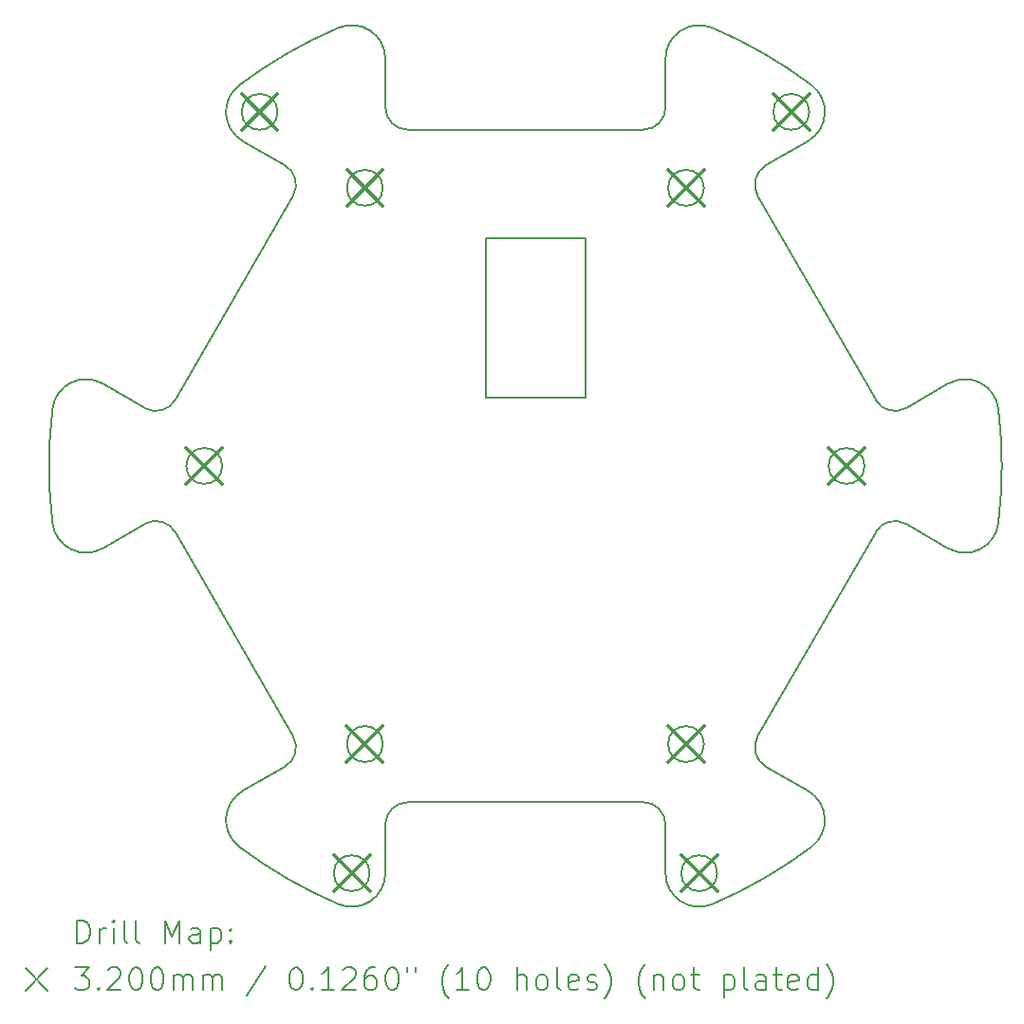
<source format=gbr>
%TF.GenerationSoftware,KiCad,Pcbnew,7.0.11*%
%TF.CreationDate,2025-01-20T02:02:24+09:00*%
%TF.ProjectId,CAM,43414d2e-6b69-4636-9164-5f7063625858,rev?*%
%TF.SameCoordinates,Original*%
%TF.FileFunction,Drillmap*%
%TF.FilePolarity,Positive*%
%FSLAX45Y45*%
G04 Gerber Fmt 4.5, Leading zero omitted, Abs format (unit mm)*
G04 Created by KiCad (PCBNEW 7.0.11) date 2025-01-20 02:02:24*
%MOMM*%
%LPD*%
G01*
G04 APERTURE LIST*
%ADD10C,0.200000*%
%ADD11C,0.320000*%
G04 APERTURE END LIST*
D10*
X11018210Y-10670282D02*
G75*
G03*
X11466035Y-10894071I297830J36022D01*
G01*
X13987461Y-6960013D02*
X13987461Y-6526832D01*
X13569740Y-6250896D02*
G75*
G03*
X12685926Y-6761164I1667720J-3909124D01*
G01*
X13964922Y-7678756D02*
G75*
G03*
X13644922Y-7678756I-160000J0D01*
G01*
X13644922Y-7678756D02*
G75*
G03*
X13964922Y-7678756I160000J0D01*
G01*
X14187461Y-13160013D02*
X16287461Y-13160013D01*
X11841180Y-9642545D02*
G75*
G03*
X12114385Y-9569340I100000J173205D01*
G01*
X17310537Y-12569340D02*
X18360537Y-10750686D01*
X12685926Y-13558861D02*
G75*
G03*
X13569740Y-14069131I2551524J3398831D01*
G01*
X11841180Y-9642545D02*
X11466035Y-9425954D01*
X16905183Y-6250894D02*
G75*
G03*
X16487461Y-6526832I-117723J-275936D01*
G01*
X19456719Y-9649743D02*
G75*
G03*
X19008888Y-9425955I-297829J-36017D01*
G01*
X16487457Y-13793193D02*
G75*
G03*
X16905183Y-14069131I300003J3D01*
G01*
X13026035Y-7001083D02*
G75*
G03*
X12706035Y-7001083I-160000J0D01*
G01*
X12706035Y-7001083D02*
G75*
G03*
X13026035Y-7001083I160000J0D01*
G01*
X17383746Y-7477486D02*
G75*
G03*
X17310537Y-7750686I99994J-173204D01*
G01*
X13964900Y-12641256D02*
G75*
G03*
X13644900Y-12641256I-160000J0D01*
G01*
X13644900Y-12641256D02*
G75*
G03*
X13964900Y-12641256I160000J0D01*
G01*
X17768888Y-7001083D02*
G75*
G03*
X17448888Y-7001083I-160000J0D01*
G01*
X17448888Y-7001083D02*
G75*
G03*
X17768888Y-7001083I160000J0D01*
G01*
X11018205Y-9649743D02*
G75*
G03*
X11018205Y-10670283I4219256J-510270D01*
G01*
X16487461Y-13360013D02*
X16487461Y-13793193D01*
X13987457Y-6960013D02*
G75*
G03*
X14187461Y-7160013I200003J3D01*
G01*
X17788996Y-6761165D02*
G75*
G03*
X16905183Y-6250895I-2551536J-3398845D01*
G01*
X13987461Y-13793193D02*
X13987461Y-13360013D01*
X19008888Y-9425954D02*
X18633743Y-9642545D01*
X17788994Y-13558858D02*
G75*
G03*
X17758888Y-13059135I-180104J239918D01*
G01*
X11466035Y-10894071D02*
X11841180Y-10677481D01*
X16487461Y-6526832D02*
X16487461Y-6960013D01*
X14884400Y-8128000D02*
X15773400Y-8128000D01*
X15773400Y-9550400D01*
X14884400Y-9550400D01*
X14884400Y-8128000D01*
X18262562Y-10160026D02*
G75*
G03*
X17942562Y-10160026I-160000J0D01*
G01*
X17942562Y-10160026D02*
G75*
G03*
X18262562Y-10160026I160000J0D01*
G01*
X16830023Y-7678769D02*
G75*
G03*
X16510022Y-7678769I-160000J0D01*
G01*
X16510022Y-7678769D02*
G75*
G03*
X16830023Y-7678769I160000J0D01*
G01*
X19456718Y-10670283D02*
G75*
G03*
X19456718Y-9649743I-4219256J510270D01*
G01*
X12685923Y-6761160D02*
G75*
G03*
X12716035Y-7260891I180107J-239920D01*
G01*
X17383743Y-7477481D02*
X17758888Y-7260891D01*
X17758888Y-13059135D02*
X17383743Y-12842545D01*
X12114385Y-10750686D02*
X13164385Y-12569340D01*
X19008891Y-10894066D02*
G75*
G03*
X19456718Y-10670283I149999J259806D01*
G01*
X16287461Y-7160011D02*
G75*
G03*
X16487461Y-6960013I-1J200001D01*
G01*
X12114383Y-10750687D02*
G75*
G03*
X11841180Y-10677481I-173203J-99993D01*
G01*
X12716035Y-7260891D02*
X13091180Y-7477481D01*
X16287461Y-7160013D02*
X14187461Y-7160013D01*
X18633740Y-10677485D02*
G75*
G03*
X18360537Y-10750686I-100000J-173205D01*
G01*
X13987457Y-6526832D02*
G75*
G03*
X13569740Y-6250895I-299997J2D01*
G01*
X17758885Y-7260886D02*
G75*
G03*
X17788996Y-6761164I-149995J259806D01*
G01*
X13847461Y-13793193D02*
G75*
G03*
X13527461Y-13793193I-160000J0D01*
G01*
X13527461Y-13793193D02*
G75*
G03*
X13847461Y-13793193I160000J0D01*
G01*
X18360537Y-9569340D02*
X17310537Y-7750686D01*
X12716032Y-13059131D02*
G75*
G03*
X12685926Y-13558861I150008J-259809D01*
G01*
X13569740Y-14069130D02*
G75*
G03*
X13987461Y-13793193I117720J275940D01*
G01*
X16947462Y-13793193D02*
G75*
G03*
X16627461Y-13793193I-160000J0D01*
G01*
X16627461Y-13793193D02*
G75*
G03*
X16947462Y-13793193I160000J0D01*
G01*
X13091178Y-12842542D02*
G75*
G03*
X13164385Y-12569340I-99989J173202D01*
G01*
X13091180Y-12842545D02*
X12716035Y-13059135D01*
X18633743Y-10677481D02*
X19008888Y-10894071D01*
X18360535Y-9569341D02*
G75*
G03*
X18633743Y-9642545I173205J100001D01*
G01*
X17310537Y-12569340D02*
G75*
G03*
X17383743Y-12842545I173203J-100000D01*
G01*
X11466032Y-9425959D02*
G75*
G03*
X11018205Y-9649743I-150002J-259801D01*
G01*
X16487457Y-13360013D02*
G75*
G03*
X16287461Y-13160013I-199997J3D01*
G01*
X14187461Y-13160011D02*
G75*
G03*
X13987461Y-13360013I-1J-199999D01*
G01*
X13164385Y-7750686D02*
X12114385Y-9569340D01*
X13164390Y-7750689D02*
G75*
G03*
X13091180Y-7477481I-173210J99999D01*
G01*
X12532360Y-10160000D02*
G75*
G03*
X12212360Y-10160000I-160000J0D01*
G01*
X12212360Y-10160000D02*
G75*
G03*
X12532360Y-10160000I160000J0D01*
G01*
X16905183Y-14069131D02*
G75*
G03*
X17788996Y-13558861I-1667723J3909121D01*
G01*
X16830001Y-12641269D02*
G75*
G03*
X16510001Y-12641269I-160000J0D01*
G01*
X16510001Y-12641269D02*
G75*
G03*
X16830001Y-12641269I160000J0D01*
G01*
D11*
X12212000Y-9999000D02*
X12532000Y-10319000D01*
X12532000Y-9999000D02*
X12212000Y-10319000D01*
X12706000Y-6841000D02*
X13026000Y-7161000D01*
X13026000Y-6841000D02*
X12706000Y-7161000D01*
X13528000Y-13633000D02*
X13848000Y-13953000D01*
X13848000Y-13633000D02*
X13528000Y-13953000D01*
X13644000Y-12481000D02*
X13964000Y-12801000D01*
X13964000Y-12481000D02*
X13644000Y-12801000D01*
X13646000Y-7518000D02*
X13966000Y-7838000D01*
X13966000Y-7518000D02*
X13646000Y-7838000D01*
X16510000Y-7519000D02*
X16830000Y-7839000D01*
X16830000Y-7519000D02*
X16510000Y-7839000D01*
X16511000Y-12481000D02*
X16831000Y-12801000D01*
X16831000Y-12481000D02*
X16511000Y-12801000D01*
X16628000Y-13634000D02*
X16948000Y-13954000D01*
X16948000Y-13634000D02*
X16628000Y-13954000D01*
X17450000Y-6841000D02*
X17770000Y-7161000D01*
X17770000Y-6841000D02*
X17450000Y-7161000D01*
X17942000Y-9997000D02*
X18262000Y-10317000D01*
X18262000Y-9997000D02*
X17942000Y-10317000D01*
D10*
X11238238Y-14414677D02*
X11238238Y-14214677D01*
X11238238Y-14214677D02*
X11285857Y-14214677D01*
X11285857Y-14214677D02*
X11314429Y-14224201D01*
X11314429Y-14224201D02*
X11333476Y-14243249D01*
X11333476Y-14243249D02*
X11343000Y-14262296D01*
X11343000Y-14262296D02*
X11352524Y-14300391D01*
X11352524Y-14300391D02*
X11352524Y-14328963D01*
X11352524Y-14328963D02*
X11343000Y-14367058D01*
X11343000Y-14367058D02*
X11333476Y-14386106D01*
X11333476Y-14386106D02*
X11314429Y-14405153D01*
X11314429Y-14405153D02*
X11285857Y-14414677D01*
X11285857Y-14414677D02*
X11238238Y-14414677D01*
X11438238Y-14414677D02*
X11438238Y-14281344D01*
X11438238Y-14319439D02*
X11447762Y-14300391D01*
X11447762Y-14300391D02*
X11457286Y-14290868D01*
X11457286Y-14290868D02*
X11476333Y-14281344D01*
X11476333Y-14281344D02*
X11495381Y-14281344D01*
X11562048Y-14414677D02*
X11562048Y-14281344D01*
X11562048Y-14214677D02*
X11552524Y-14224201D01*
X11552524Y-14224201D02*
X11562048Y-14233725D01*
X11562048Y-14233725D02*
X11571571Y-14224201D01*
X11571571Y-14224201D02*
X11562048Y-14214677D01*
X11562048Y-14214677D02*
X11562048Y-14233725D01*
X11685857Y-14414677D02*
X11666809Y-14405153D01*
X11666809Y-14405153D02*
X11657286Y-14386106D01*
X11657286Y-14386106D02*
X11657286Y-14214677D01*
X11790619Y-14414677D02*
X11771571Y-14405153D01*
X11771571Y-14405153D02*
X11762048Y-14386106D01*
X11762048Y-14386106D02*
X11762048Y-14214677D01*
X12019190Y-14414677D02*
X12019190Y-14214677D01*
X12019190Y-14214677D02*
X12085857Y-14357534D01*
X12085857Y-14357534D02*
X12152524Y-14214677D01*
X12152524Y-14214677D02*
X12152524Y-14414677D01*
X12333476Y-14414677D02*
X12333476Y-14309915D01*
X12333476Y-14309915D02*
X12323952Y-14290868D01*
X12323952Y-14290868D02*
X12304905Y-14281344D01*
X12304905Y-14281344D02*
X12266809Y-14281344D01*
X12266809Y-14281344D02*
X12247762Y-14290868D01*
X12333476Y-14405153D02*
X12314429Y-14414677D01*
X12314429Y-14414677D02*
X12266809Y-14414677D01*
X12266809Y-14414677D02*
X12247762Y-14405153D01*
X12247762Y-14405153D02*
X12238238Y-14386106D01*
X12238238Y-14386106D02*
X12238238Y-14367058D01*
X12238238Y-14367058D02*
X12247762Y-14348011D01*
X12247762Y-14348011D02*
X12266809Y-14338487D01*
X12266809Y-14338487D02*
X12314429Y-14338487D01*
X12314429Y-14338487D02*
X12333476Y-14328963D01*
X12428714Y-14281344D02*
X12428714Y-14481344D01*
X12428714Y-14290868D02*
X12447762Y-14281344D01*
X12447762Y-14281344D02*
X12485857Y-14281344D01*
X12485857Y-14281344D02*
X12504905Y-14290868D01*
X12504905Y-14290868D02*
X12514429Y-14300391D01*
X12514429Y-14300391D02*
X12523952Y-14319439D01*
X12523952Y-14319439D02*
X12523952Y-14376582D01*
X12523952Y-14376582D02*
X12514429Y-14395630D01*
X12514429Y-14395630D02*
X12504905Y-14405153D01*
X12504905Y-14405153D02*
X12485857Y-14414677D01*
X12485857Y-14414677D02*
X12447762Y-14414677D01*
X12447762Y-14414677D02*
X12428714Y-14405153D01*
X12609667Y-14395630D02*
X12619190Y-14405153D01*
X12619190Y-14405153D02*
X12609667Y-14414677D01*
X12609667Y-14414677D02*
X12600143Y-14405153D01*
X12600143Y-14405153D02*
X12609667Y-14395630D01*
X12609667Y-14395630D02*
X12609667Y-14414677D01*
X12609667Y-14290868D02*
X12619190Y-14300391D01*
X12619190Y-14300391D02*
X12609667Y-14309915D01*
X12609667Y-14309915D02*
X12600143Y-14300391D01*
X12600143Y-14300391D02*
X12609667Y-14290868D01*
X12609667Y-14290868D02*
X12609667Y-14309915D01*
X10777461Y-14643193D02*
X10977461Y-14843193D01*
X10977461Y-14643193D02*
X10777461Y-14843193D01*
X11219190Y-14634677D02*
X11343000Y-14634677D01*
X11343000Y-14634677D02*
X11276333Y-14710868D01*
X11276333Y-14710868D02*
X11304905Y-14710868D01*
X11304905Y-14710868D02*
X11323952Y-14720391D01*
X11323952Y-14720391D02*
X11333476Y-14729915D01*
X11333476Y-14729915D02*
X11343000Y-14748963D01*
X11343000Y-14748963D02*
X11343000Y-14796582D01*
X11343000Y-14796582D02*
X11333476Y-14815630D01*
X11333476Y-14815630D02*
X11323952Y-14825153D01*
X11323952Y-14825153D02*
X11304905Y-14834677D01*
X11304905Y-14834677D02*
X11247762Y-14834677D01*
X11247762Y-14834677D02*
X11228714Y-14825153D01*
X11228714Y-14825153D02*
X11219190Y-14815630D01*
X11428714Y-14815630D02*
X11438238Y-14825153D01*
X11438238Y-14825153D02*
X11428714Y-14834677D01*
X11428714Y-14834677D02*
X11419190Y-14825153D01*
X11419190Y-14825153D02*
X11428714Y-14815630D01*
X11428714Y-14815630D02*
X11428714Y-14834677D01*
X11514429Y-14653725D02*
X11523952Y-14644201D01*
X11523952Y-14644201D02*
X11543000Y-14634677D01*
X11543000Y-14634677D02*
X11590619Y-14634677D01*
X11590619Y-14634677D02*
X11609667Y-14644201D01*
X11609667Y-14644201D02*
X11619190Y-14653725D01*
X11619190Y-14653725D02*
X11628714Y-14672772D01*
X11628714Y-14672772D02*
X11628714Y-14691820D01*
X11628714Y-14691820D02*
X11619190Y-14720391D01*
X11619190Y-14720391D02*
X11504905Y-14834677D01*
X11504905Y-14834677D02*
X11628714Y-14834677D01*
X11752524Y-14634677D02*
X11771571Y-14634677D01*
X11771571Y-14634677D02*
X11790619Y-14644201D01*
X11790619Y-14644201D02*
X11800143Y-14653725D01*
X11800143Y-14653725D02*
X11809667Y-14672772D01*
X11809667Y-14672772D02*
X11819190Y-14710868D01*
X11819190Y-14710868D02*
X11819190Y-14758487D01*
X11819190Y-14758487D02*
X11809667Y-14796582D01*
X11809667Y-14796582D02*
X11800143Y-14815630D01*
X11800143Y-14815630D02*
X11790619Y-14825153D01*
X11790619Y-14825153D02*
X11771571Y-14834677D01*
X11771571Y-14834677D02*
X11752524Y-14834677D01*
X11752524Y-14834677D02*
X11733476Y-14825153D01*
X11733476Y-14825153D02*
X11723952Y-14815630D01*
X11723952Y-14815630D02*
X11714429Y-14796582D01*
X11714429Y-14796582D02*
X11704905Y-14758487D01*
X11704905Y-14758487D02*
X11704905Y-14710868D01*
X11704905Y-14710868D02*
X11714429Y-14672772D01*
X11714429Y-14672772D02*
X11723952Y-14653725D01*
X11723952Y-14653725D02*
X11733476Y-14644201D01*
X11733476Y-14644201D02*
X11752524Y-14634677D01*
X11943000Y-14634677D02*
X11962048Y-14634677D01*
X11962048Y-14634677D02*
X11981095Y-14644201D01*
X11981095Y-14644201D02*
X11990619Y-14653725D01*
X11990619Y-14653725D02*
X12000143Y-14672772D01*
X12000143Y-14672772D02*
X12009667Y-14710868D01*
X12009667Y-14710868D02*
X12009667Y-14758487D01*
X12009667Y-14758487D02*
X12000143Y-14796582D01*
X12000143Y-14796582D02*
X11990619Y-14815630D01*
X11990619Y-14815630D02*
X11981095Y-14825153D01*
X11981095Y-14825153D02*
X11962048Y-14834677D01*
X11962048Y-14834677D02*
X11943000Y-14834677D01*
X11943000Y-14834677D02*
X11923952Y-14825153D01*
X11923952Y-14825153D02*
X11914429Y-14815630D01*
X11914429Y-14815630D02*
X11904905Y-14796582D01*
X11904905Y-14796582D02*
X11895381Y-14758487D01*
X11895381Y-14758487D02*
X11895381Y-14710868D01*
X11895381Y-14710868D02*
X11904905Y-14672772D01*
X11904905Y-14672772D02*
X11914429Y-14653725D01*
X11914429Y-14653725D02*
X11923952Y-14644201D01*
X11923952Y-14644201D02*
X11943000Y-14634677D01*
X12095381Y-14834677D02*
X12095381Y-14701344D01*
X12095381Y-14720391D02*
X12104905Y-14710868D01*
X12104905Y-14710868D02*
X12123952Y-14701344D01*
X12123952Y-14701344D02*
X12152524Y-14701344D01*
X12152524Y-14701344D02*
X12171571Y-14710868D01*
X12171571Y-14710868D02*
X12181095Y-14729915D01*
X12181095Y-14729915D02*
X12181095Y-14834677D01*
X12181095Y-14729915D02*
X12190619Y-14710868D01*
X12190619Y-14710868D02*
X12209667Y-14701344D01*
X12209667Y-14701344D02*
X12238238Y-14701344D01*
X12238238Y-14701344D02*
X12257286Y-14710868D01*
X12257286Y-14710868D02*
X12266810Y-14729915D01*
X12266810Y-14729915D02*
X12266810Y-14834677D01*
X12362048Y-14834677D02*
X12362048Y-14701344D01*
X12362048Y-14720391D02*
X12371571Y-14710868D01*
X12371571Y-14710868D02*
X12390619Y-14701344D01*
X12390619Y-14701344D02*
X12419191Y-14701344D01*
X12419191Y-14701344D02*
X12438238Y-14710868D01*
X12438238Y-14710868D02*
X12447762Y-14729915D01*
X12447762Y-14729915D02*
X12447762Y-14834677D01*
X12447762Y-14729915D02*
X12457286Y-14710868D01*
X12457286Y-14710868D02*
X12476333Y-14701344D01*
X12476333Y-14701344D02*
X12504905Y-14701344D01*
X12504905Y-14701344D02*
X12523952Y-14710868D01*
X12523952Y-14710868D02*
X12533476Y-14729915D01*
X12533476Y-14729915D02*
X12533476Y-14834677D01*
X12923952Y-14625153D02*
X12752524Y-14882296D01*
X13181095Y-14634677D02*
X13200143Y-14634677D01*
X13200143Y-14634677D02*
X13219191Y-14644201D01*
X13219191Y-14644201D02*
X13228714Y-14653725D01*
X13228714Y-14653725D02*
X13238238Y-14672772D01*
X13238238Y-14672772D02*
X13247762Y-14710868D01*
X13247762Y-14710868D02*
X13247762Y-14758487D01*
X13247762Y-14758487D02*
X13238238Y-14796582D01*
X13238238Y-14796582D02*
X13228714Y-14815630D01*
X13228714Y-14815630D02*
X13219191Y-14825153D01*
X13219191Y-14825153D02*
X13200143Y-14834677D01*
X13200143Y-14834677D02*
X13181095Y-14834677D01*
X13181095Y-14834677D02*
X13162048Y-14825153D01*
X13162048Y-14825153D02*
X13152524Y-14815630D01*
X13152524Y-14815630D02*
X13143000Y-14796582D01*
X13143000Y-14796582D02*
X13133476Y-14758487D01*
X13133476Y-14758487D02*
X13133476Y-14710868D01*
X13133476Y-14710868D02*
X13143000Y-14672772D01*
X13143000Y-14672772D02*
X13152524Y-14653725D01*
X13152524Y-14653725D02*
X13162048Y-14644201D01*
X13162048Y-14644201D02*
X13181095Y-14634677D01*
X13333476Y-14815630D02*
X13343000Y-14825153D01*
X13343000Y-14825153D02*
X13333476Y-14834677D01*
X13333476Y-14834677D02*
X13323953Y-14825153D01*
X13323953Y-14825153D02*
X13333476Y-14815630D01*
X13333476Y-14815630D02*
X13333476Y-14834677D01*
X13533476Y-14834677D02*
X13419191Y-14834677D01*
X13476333Y-14834677D02*
X13476333Y-14634677D01*
X13476333Y-14634677D02*
X13457286Y-14663249D01*
X13457286Y-14663249D02*
X13438238Y-14682296D01*
X13438238Y-14682296D02*
X13419191Y-14691820D01*
X13609667Y-14653725D02*
X13619191Y-14644201D01*
X13619191Y-14644201D02*
X13638238Y-14634677D01*
X13638238Y-14634677D02*
X13685857Y-14634677D01*
X13685857Y-14634677D02*
X13704905Y-14644201D01*
X13704905Y-14644201D02*
X13714429Y-14653725D01*
X13714429Y-14653725D02*
X13723953Y-14672772D01*
X13723953Y-14672772D02*
X13723953Y-14691820D01*
X13723953Y-14691820D02*
X13714429Y-14720391D01*
X13714429Y-14720391D02*
X13600143Y-14834677D01*
X13600143Y-14834677D02*
X13723953Y-14834677D01*
X13895381Y-14634677D02*
X13857286Y-14634677D01*
X13857286Y-14634677D02*
X13838238Y-14644201D01*
X13838238Y-14644201D02*
X13828714Y-14653725D01*
X13828714Y-14653725D02*
X13809667Y-14682296D01*
X13809667Y-14682296D02*
X13800143Y-14720391D01*
X13800143Y-14720391D02*
X13800143Y-14796582D01*
X13800143Y-14796582D02*
X13809667Y-14815630D01*
X13809667Y-14815630D02*
X13819191Y-14825153D01*
X13819191Y-14825153D02*
X13838238Y-14834677D01*
X13838238Y-14834677D02*
X13876334Y-14834677D01*
X13876334Y-14834677D02*
X13895381Y-14825153D01*
X13895381Y-14825153D02*
X13904905Y-14815630D01*
X13904905Y-14815630D02*
X13914429Y-14796582D01*
X13914429Y-14796582D02*
X13914429Y-14748963D01*
X13914429Y-14748963D02*
X13904905Y-14729915D01*
X13904905Y-14729915D02*
X13895381Y-14720391D01*
X13895381Y-14720391D02*
X13876334Y-14710868D01*
X13876334Y-14710868D02*
X13838238Y-14710868D01*
X13838238Y-14710868D02*
X13819191Y-14720391D01*
X13819191Y-14720391D02*
X13809667Y-14729915D01*
X13809667Y-14729915D02*
X13800143Y-14748963D01*
X14038238Y-14634677D02*
X14057286Y-14634677D01*
X14057286Y-14634677D02*
X14076334Y-14644201D01*
X14076334Y-14644201D02*
X14085857Y-14653725D01*
X14085857Y-14653725D02*
X14095381Y-14672772D01*
X14095381Y-14672772D02*
X14104905Y-14710868D01*
X14104905Y-14710868D02*
X14104905Y-14758487D01*
X14104905Y-14758487D02*
X14095381Y-14796582D01*
X14095381Y-14796582D02*
X14085857Y-14815630D01*
X14085857Y-14815630D02*
X14076334Y-14825153D01*
X14076334Y-14825153D02*
X14057286Y-14834677D01*
X14057286Y-14834677D02*
X14038238Y-14834677D01*
X14038238Y-14834677D02*
X14019191Y-14825153D01*
X14019191Y-14825153D02*
X14009667Y-14815630D01*
X14009667Y-14815630D02*
X14000143Y-14796582D01*
X14000143Y-14796582D02*
X13990619Y-14758487D01*
X13990619Y-14758487D02*
X13990619Y-14710868D01*
X13990619Y-14710868D02*
X14000143Y-14672772D01*
X14000143Y-14672772D02*
X14009667Y-14653725D01*
X14009667Y-14653725D02*
X14019191Y-14644201D01*
X14019191Y-14644201D02*
X14038238Y-14634677D01*
X14181095Y-14634677D02*
X14181095Y-14672772D01*
X14257286Y-14634677D02*
X14257286Y-14672772D01*
X14552524Y-14910868D02*
X14543000Y-14901344D01*
X14543000Y-14901344D02*
X14523953Y-14872772D01*
X14523953Y-14872772D02*
X14514429Y-14853725D01*
X14514429Y-14853725D02*
X14504905Y-14825153D01*
X14504905Y-14825153D02*
X14495381Y-14777534D01*
X14495381Y-14777534D02*
X14495381Y-14739439D01*
X14495381Y-14739439D02*
X14504905Y-14691820D01*
X14504905Y-14691820D02*
X14514429Y-14663249D01*
X14514429Y-14663249D02*
X14523953Y-14644201D01*
X14523953Y-14644201D02*
X14543000Y-14615630D01*
X14543000Y-14615630D02*
X14552524Y-14606106D01*
X14733476Y-14834677D02*
X14619191Y-14834677D01*
X14676334Y-14834677D02*
X14676334Y-14634677D01*
X14676334Y-14634677D02*
X14657286Y-14663249D01*
X14657286Y-14663249D02*
X14638238Y-14682296D01*
X14638238Y-14682296D02*
X14619191Y-14691820D01*
X14857286Y-14634677D02*
X14876334Y-14634677D01*
X14876334Y-14634677D02*
X14895381Y-14644201D01*
X14895381Y-14644201D02*
X14904905Y-14653725D01*
X14904905Y-14653725D02*
X14914429Y-14672772D01*
X14914429Y-14672772D02*
X14923953Y-14710868D01*
X14923953Y-14710868D02*
X14923953Y-14758487D01*
X14923953Y-14758487D02*
X14914429Y-14796582D01*
X14914429Y-14796582D02*
X14904905Y-14815630D01*
X14904905Y-14815630D02*
X14895381Y-14825153D01*
X14895381Y-14825153D02*
X14876334Y-14834677D01*
X14876334Y-14834677D02*
X14857286Y-14834677D01*
X14857286Y-14834677D02*
X14838238Y-14825153D01*
X14838238Y-14825153D02*
X14828715Y-14815630D01*
X14828715Y-14815630D02*
X14819191Y-14796582D01*
X14819191Y-14796582D02*
X14809667Y-14758487D01*
X14809667Y-14758487D02*
X14809667Y-14710868D01*
X14809667Y-14710868D02*
X14819191Y-14672772D01*
X14819191Y-14672772D02*
X14828715Y-14653725D01*
X14828715Y-14653725D02*
X14838238Y-14644201D01*
X14838238Y-14644201D02*
X14857286Y-14634677D01*
X15162048Y-14834677D02*
X15162048Y-14634677D01*
X15247762Y-14834677D02*
X15247762Y-14729915D01*
X15247762Y-14729915D02*
X15238238Y-14710868D01*
X15238238Y-14710868D02*
X15219191Y-14701344D01*
X15219191Y-14701344D02*
X15190619Y-14701344D01*
X15190619Y-14701344D02*
X15171572Y-14710868D01*
X15171572Y-14710868D02*
X15162048Y-14720391D01*
X15371572Y-14834677D02*
X15352524Y-14825153D01*
X15352524Y-14825153D02*
X15343000Y-14815630D01*
X15343000Y-14815630D02*
X15333477Y-14796582D01*
X15333477Y-14796582D02*
X15333477Y-14739439D01*
X15333477Y-14739439D02*
X15343000Y-14720391D01*
X15343000Y-14720391D02*
X15352524Y-14710868D01*
X15352524Y-14710868D02*
X15371572Y-14701344D01*
X15371572Y-14701344D02*
X15400143Y-14701344D01*
X15400143Y-14701344D02*
X15419191Y-14710868D01*
X15419191Y-14710868D02*
X15428715Y-14720391D01*
X15428715Y-14720391D02*
X15438238Y-14739439D01*
X15438238Y-14739439D02*
X15438238Y-14796582D01*
X15438238Y-14796582D02*
X15428715Y-14815630D01*
X15428715Y-14815630D02*
X15419191Y-14825153D01*
X15419191Y-14825153D02*
X15400143Y-14834677D01*
X15400143Y-14834677D02*
X15371572Y-14834677D01*
X15552524Y-14834677D02*
X15533477Y-14825153D01*
X15533477Y-14825153D02*
X15523953Y-14806106D01*
X15523953Y-14806106D02*
X15523953Y-14634677D01*
X15704905Y-14825153D02*
X15685858Y-14834677D01*
X15685858Y-14834677D02*
X15647762Y-14834677D01*
X15647762Y-14834677D02*
X15628715Y-14825153D01*
X15628715Y-14825153D02*
X15619191Y-14806106D01*
X15619191Y-14806106D02*
X15619191Y-14729915D01*
X15619191Y-14729915D02*
X15628715Y-14710868D01*
X15628715Y-14710868D02*
X15647762Y-14701344D01*
X15647762Y-14701344D02*
X15685858Y-14701344D01*
X15685858Y-14701344D02*
X15704905Y-14710868D01*
X15704905Y-14710868D02*
X15714429Y-14729915D01*
X15714429Y-14729915D02*
X15714429Y-14748963D01*
X15714429Y-14748963D02*
X15619191Y-14768011D01*
X15790619Y-14825153D02*
X15809667Y-14834677D01*
X15809667Y-14834677D02*
X15847762Y-14834677D01*
X15847762Y-14834677D02*
X15866810Y-14825153D01*
X15866810Y-14825153D02*
X15876334Y-14806106D01*
X15876334Y-14806106D02*
X15876334Y-14796582D01*
X15876334Y-14796582D02*
X15866810Y-14777534D01*
X15866810Y-14777534D02*
X15847762Y-14768011D01*
X15847762Y-14768011D02*
X15819191Y-14768011D01*
X15819191Y-14768011D02*
X15800143Y-14758487D01*
X15800143Y-14758487D02*
X15790619Y-14739439D01*
X15790619Y-14739439D02*
X15790619Y-14729915D01*
X15790619Y-14729915D02*
X15800143Y-14710868D01*
X15800143Y-14710868D02*
X15819191Y-14701344D01*
X15819191Y-14701344D02*
X15847762Y-14701344D01*
X15847762Y-14701344D02*
X15866810Y-14710868D01*
X15943000Y-14910868D02*
X15952524Y-14901344D01*
X15952524Y-14901344D02*
X15971572Y-14872772D01*
X15971572Y-14872772D02*
X15981096Y-14853725D01*
X15981096Y-14853725D02*
X15990619Y-14825153D01*
X15990619Y-14825153D02*
X16000143Y-14777534D01*
X16000143Y-14777534D02*
X16000143Y-14739439D01*
X16000143Y-14739439D02*
X15990619Y-14691820D01*
X15990619Y-14691820D02*
X15981096Y-14663249D01*
X15981096Y-14663249D02*
X15971572Y-14644201D01*
X15971572Y-14644201D02*
X15952524Y-14615630D01*
X15952524Y-14615630D02*
X15943000Y-14606106D01*
X16304905Y-14910868D02*
X16295381Y-14901344D01*
X16295381Y-14901344D02*
X16276334Y-14872772D01*
X16276334Y-14872772D02*
X16266810Y-14853725D01*
X16266810Y-14853725D02*
X16257286Y-14825153D01*
X16257286Y-14825153D02*
X16247762Y-14777534D01*
X16247762Y-14777534D02*
X16247762Y-14739439D01*
X16247762Y-14739439D02*
X16257286Y-14691820D01*
X16257286Y-14691820D02*
X16266810Y-14663249D01*
X16266810Y-14663249D02*
X16276334Y-14644201D01*
X16276334Y-14644201D02*
X16295381Y-14615630D01*
X16295381Y-14615630D02*
X16304905Y-14606106D01*
X16381096Y-14701344D02*
X16381096Y-14834677D01*
X16381096Y-14720391D02*
X16390619Y-14710868D01*
X16390619Y-14710868D02*
X16409667Y-14701344D01*
X16409667Y-14701344D02*
X16438239Y-14701344D01*
X16438239Y-14701344D02*
X16457286Y-14710868D01*
X16457286Y-14710868D02*
X16466810Y-14729915D01*
X16466810Y-14729915D02*
X16466810Y-14834677D01*
X16590619Y-14834677D02*
X16571572Y-14825153D01*
X16571572Y-14825153D02*
X16562048Y-14815630D01*
X16562048Y-14815630D02*
X16552524Y-14796582D01*
X16552524Y-14796582D02*
X16552524Y-14739439D01*
X16552524Y-14739439D02*
X16562048Y-14720391D01*
X16562048Y-14720391D02*
X16571572Y-14710868D01*
X16571572Y-14710868D02*
X16590619Y-14701344D01*
X16590619Y-14701344D02*
X16619191Y-14701344D01*
X16619191Y-14701344D02*
X16638239Y-14710868D01*
X16638239Y-14710868D02*
X16647762Y-14720391D01*
X16647762Y-14720391D02*
X16657286Y-14739439D01*
X16657286Y-14739439D02*
X16657286Y-14796582D01*
X16657286Y-14796582D02*
X16647762Y-14815630D01*
X16647762Y-14815630D02*
X16638239Y-14825153D01*
X16638239Y-14825153D02*
X16619191Y-14834677D01*
X16619191Y-14834677D02*
X16590619Y-14834677D01*
X16714429Y-14701344D02*
X16790620Y-14701344D01*
X16743000Y-14634677D02*
X16743000Y-14806106D01*
X16743000Y-14806106D02*
X16752524Y-14825153D01*
X16752524Y-14825153D02*
X16771572Y-14834677D01*
X16771572Y-14834677D02*
X16790620Y-14834677D01*
X17009667Y-14701344D02*
X17009667Y-14901344D01*
X17009667Y-14710868D02*
X17028715Y-14701344D01*
X17028715Y-14701344D02*
X17066810Y-14701344D01*
X17066810Y-14701344D02*
X17085858Y-14710868D01*
X17085858Y-14710868D02*
X17095382Y-14720391D01*
X17095382Y-14720391D02*
X17104905Y-14739439D01*
X17104905Y-14739439D02*
X17104905Y-14796582D01*
X17104905Y-14796582D02*
X17095382Y-14815630D01*
X17095382Y-14815630D02*
X17085858Y-14825153D01*
X17085858Y-14825153D02*
X17066810Y-14834677D01*
X17066810Y-14834677D02*
X17028715Y-14834677D01*
X17028715Y-14834677D02*
X17009667Y-14825153D01*
X17219191Y-14834677D02*
X17200143Y-14825153D01*
X17200143Y-14825153D02*
X17190620Y-14806106D01*
X17190620Y-14806106D02*
X17190620Y-14634677D01*
X17381096Y-14834677D02*
X17381096Y-14729915D01*
X17381096Y-14729915D02*
X17371572Y-14710868D01*
X17371572Y-14710868D02*
X17352524Y-14701344D01*
X17352524Y-14701344D02*
X17314429Y-14701344D01*
X17314429Y-14701344D02*
X17295382Y-14710868D01*
X17381096Y-14825153D02*
X17362048Y-14834677D01*
X17362048Y-14834677D02*
X17314429Y-14834677D01*
X17314429Y-14834677D02*
X17295382Y-14825153D01*
X17295382Y-14825153D02*
X17285858Y-14806106D01*
X17285858Y-14806106D02*
X17285858Y-14787058D01*
X17285858Y-14787058D02*
X17295382Y-14768011D01*
X17295382Y-14768011D02*
X17314429Y-14758487D01*
X17314429Y-14758487D02*
X17362048Y-14758487D01*
X17362048Y-14758487D02*
X17381096Y-14748963D01*
X17447763Y-14701344D02*
X17523953Y-14701344D01*
X17476334Y-14634677D02*
X17476334Y-14806106D01*
X17476334Y-14806106D02*
X17485858Y-14825153D01*
X17485858Y-14825153D02*
X17504905Y-14834677D01*
X17504905Y-14834677D02*
X17523953Y-14834677D01*
X17666810Y-14825153D02*
X17647763Y-14834677D01*
X17647763Y-14834677D02*
X17609667Y-14834677D01*
X17609667Y-14834677D02*
X17590620Y-14825153D01*
X17590620Y-14825153D02*
X17581096Y-14806106D01*
X17581096Y-14806106D02*
X17581096Y-14729915D01*
X17581096Y-14729915D02*
X17590620Y-14710868D01*
X17590620Y-14710868D02*
X17609667Y-14701344D01*
X17609667Y-14701344D02*
X17647763Y-14701344D01*
X17647763Y-14701344D02*
X17666810Y-14710868D01*
X17666810Y-14710868D02*
X17676334Y-14729915D01*
X17676334Y-14729915D02*
X17676334Y-14748963D01*
X17676334Y-14748963D02*
X17581096Y-14768011D01*
X17847763Y-14834677D02*
X17847763Y-14634677D01*
X17847763Y-14825153D02*
X17828715Y-14834677D01*
X17828715Y-14834677D02*
X17790620Y-14834677D01*
X17790620Y-14834677D02*
X17771572Y-14825153D01*
X17771572Y-14825153D02*
X17762048Y-14815630D01*
X17762048Y-14815630D02*
X17752524Y-14796582D01*
X17752524Y-14796582D02*
X17752524Y-14739439D01*
X17752524Y-14739439D02*
X17762048Y-14720391D01*
X17762048Y-14720391D02*
X17771572Y-14710868D01*
X17771572Y-14710868D02*
X17790620Y-14701344D01*
X17790620Y-14701344D02*
X17828715Y-14701344D01*
X17828715Y-14701344D02*
X17847763Y-14710868D01*
X17923953Y-14910868D02*
X17933477Y-14901344D01*
X17933477Y-14901344D02*
X17952524Y-14872772D01*
X17952524Y-14872772D02*
X17962048Y-14853725D01*
X17962048Y-14853725D02*
X17971572Y-14825153D01*
X17971572Y-14825153D02*
X17981096Y-14777534D01*
X17981096Y-14777534D02*
X17981096Y-14739439D01*
X17981096Y-14739439D02*
X17971572Y-14691820D01*
X17971572Y-14691820D02*
X17962048Y-14663249D01*
X17962048Y-14663249D02*
X17952524Y-14644201D01*
X17952524Y-14644201D02*
X17933477Y-14615630D01*
X17933477Y-14615630D02*
X17923953Y-14606106D01*
M02*

</source>
